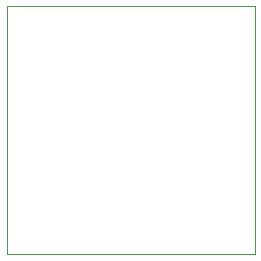
<source format=gbr>
%TF.GenerationSoftware,KiCad,Pcbnew,7.0.7-2.fc38*%
%TF.CreationDate,2023-10-09T11:51:05-07:00*%
%TF.ProjectId,aekii-m3501,61656b69-692d-46d3-9335-30312e6b6963,rev?*%
%TF.SameCoordinates,Original*%
%TF.FileFunction,Profile,NP*%
%FSLAX46Y46*%
G04 Gerber Fmt 4.6, Leading zero omitted, Abs format (unit mm)*
G04 Created by KiCad (PCBNEW 7.0.7-2.fc38) date 2023-10-09 11:51:05*
%MOMM*%
%LPD*%
G01*
G04 APERTURE LIST*
%TA.AperFunction,Profile*%
%ADD10C,0.100000*%
%TD*%
G04 APERTURE END LIST*
D10*
X100000000Y-100000000D02*
X121000000Y-100000000D01*
X121000000Y-121000000D01*
X100000000Y-121000000D01*
X100000000Y-100000000D01*
M02*

</source>
